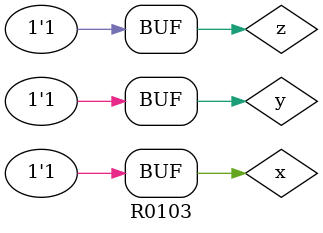
<source format=v>
/*
    identificação: 

R0103 - 15 / 10 / 2024

Nome: Davi Cândido de Almeida
Matricula: 857859
Código de Pessoa: 1527368

*/


// a.) (~a|b) & (b|~c)
// b.) (x'.y)'.(x'.y')'

 module f_a ( output s, input a, b, c );

   assign s = (~a|b) & (b|~c);
 endmodule // s = f (x,y)

  module f_b ( output s, input x, input y );

   assign s = ~(~x&y) & ~(~x&~y);

 endmodule // s = f (x,y)


module R0103;
    // define data
    reg x; // decimal
    reg y; // decimal
    reg z; // decimal
    wire sA; // decimal
    wire sB; // decimal

    f_a f01a(sA, x, y, z);
    f_b f01b(sB, x, y);
    // actions
    initial
        begin : main
            $display ( "R0103 - Tests" );

            $display("   x    y    z ");
            $display("   a    b    c    sA   sB");
            $monitor("%4b %4b %4b %4b %4b", x, y, z, sA, sB);

               x = 1'b0; y = 1'b0; z = 1'b0;
            #1 x = 1'b0; y = 1'b0; z = 1'b1;
            #1 x = 1'b0; y = 1'b1; z = 1'b0;
            #1 x = 1'b0; y = 1'b1; z = 1'b1;
            #1 x = 1'b1; y = 1'b0; z = 1'b0;
            #1 x = 1'b1; y = 1'b1; z = 1'b0;
            #1 x = 1'b1; y = 1'b1; z = 1'b1;

        end // main
endmodule // R0103

/*
    -Saídas de resultados:

R0103 - Tests
   x    y    z 
   a    b    c    sA   sB
   0    0    0    1    0
   0    0    1    0    0
   0    1    0    1    0
   0    1    1    1    0
   1    0    0    0    1
   1    1    0    1    1
   1    1    1    1    1

*/

/*
    -Notas:

Para compilar: iverilog -o R0103.vvp R0103.v
Para executar: vvp R0103.vvp
*/


</source>
